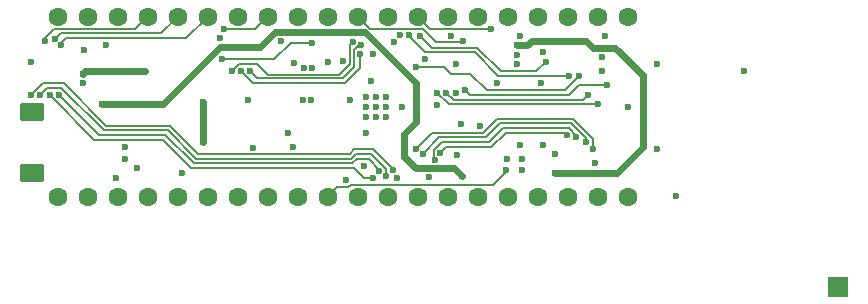
<source format=gbl>
%TF.GenerationSoftware,KiCad,Pcbnew,9.0.1*%
%TF.CreationDate,2025-10-13T15:59:09-06:00*%
%TF.ProjectId,inconsole,696e636f-6e73-46f6-9c65-2e6b69636164,rev?*%
%TF.SameCoordinates,Original*%
%TF.FileFunction,Copper,L4,Bot*%
%TF.FilePolarity,Positive*%
%FSLAX46Y46*%
G04 Gerber Fmt 4.6, Leading zero omitted, Abs format (unit mm)*
G04 Created by KiCad (PCBNEW 9.0.1) date 2025-10-13 15:59:09*
%MOMM*%
%LPD*%
G01*
G04 APERTURE LIST*
G04 Aperture macros list*
%AMRoundRect*
0 Rectangle with rounded corners*
0 $1 Rounding radius*
0 $2 $3 $4 $5 $6 $7 $8 $9 X,Y pos of 4 corners*
0 Add a 4 corners polygon primitive as box body*
4,1,4,$2,$3,$4,$5,$6,$7,$8,$9,$2,$3,0*
0 Add four circle primitives for the rounded corners*
1,1,$1+$1,$2,$3*
1,1,$1+$1,$4,$5*
1,1,$1+$1,$6,$7*
1,1,$1+$1,$8,$9*
0 Add four rect primitives between the rounded corners*
20,1,$1+$1,$2,$3,$4,$5,0*
20,1,$1+$1,$4,$5,$6,$7,0*
20,1,$1+$1,$6,$7,$8,$9,0*
20,1,$1+$1,$8,$9,$2,$3,0*%
G04 Aperture macros list end*
%TA.AperFunction,HeatsinkPad*%
%ADD10C,0.600000*%
%TD*%
%TA.AperFunction,SMDPad,CuDef*%
%ADD11RoundRect,0.100000X-0.900000X0.625000X-0.900000X-0.625000X0.900000X-0.625000X0.900000X0.625000X0*%
%TD*%
%TA.AperFunction,ComponentPad*%
%ADD12C,0.600000*%
%TD*%
%TA.AperFunction,ComponentPad*%
%ADD13R,1.700000X1.700000*%
%TD*%
%TA.AperFunction,ComponentPad*%
%ADD14C,1.600000*%
%TD*%
%TA.AperFunction,ViaPad*%
%ADD15C,0.600000*%
%TD*%
%TA.AperFunction,Conductor*%
%ADD16C,0.600000*%
%TD*%
%TA.AperFunction,Conductor*%
%ADD17C,0.200000*%
%TD*%
G04 APERTURE END LIST*
D10*
%TO.P,J1,MP,MountPin*%
%TO.N,GND*%
X74780000Y-121920000D03*
D11*
X74080000Y-122345000D03*
D10*
X74780000Y-122720000D03*
X74080000Y-122720000D03*
X73380000Y-122720000D03*
X74780000Y-127120000D03*
X74080000Y-127120000D03*
D12*
X73380000Y-127120000D03*
D11*
X74080000Y-127495000D03*
D10*
X74780000Y-127870000D03*
%TD*%
%TO.P,U8,61,GND*%
%TO.N,GND*%
X102280000Y-122770000D03*
X103130000Y-122770000D03*
X103980000Y-122770000D03*
X102280000Y-121920000D03*
X103130000Y-121920000D03*
X103980000Y-121920000D03*
X102280000Y-121070000D03*
X103130000Y-121070000D03*
X103980000Y-121070000D03*
%TD*%
D13*
%TO.P,J3,1,Pin_1*%
%TO.N,GND*%
X142240000Y-137160000D03*
%TD*%
D14*
%TO.P,U1,1,AD1*%
%TO.N,AD1*%
X76199999Y-114300000D03*
%TO.P,U1,2,AD2*%
%TO.N,AD2*%
X78739999Y-114300000D03*
%TO.P,U1,3,/RST*%
%TO.N,RST*%
X81279999Y-114300000D03*
%TO.P,U1,4,A00*%
%TO.N,A0*%
X83819999Y-114300000D03*
%TO.P,U1,5,A01*%
%TO.N,A1*%
X86359999Y-114300000D03*
%TO.P,U1,6,A02*%
%TO.N,A2*%
X88899999Y-114300000D03*
%TO.P,U1,7,A03*%
%TO.N,A3*%
X91439999Y-114300000D03*
%TO.P,U1,8,A04*%
%TO.N,A4*%
X93979999Y-114300000D03*
%TO.P,U1,9,A05*%
%TO.N,A5*%
X96519999Y-114300000D03*
%TO.P,U1,10,A06*%
%TO.N,A6*%
X99059999Y-114300000D03*
%TO.P,U1,11,A07*%
%TO.N,A7*%
X101599999Y-114300000D03*
%TO.P,U1,12,A08*%
%TO.N,A8*%
X104139999Y-114300000D03*
%TO.P,U1,13,A09*%
%TO.N,A9*%
X106679999Y-114300000D03*
%TO.P,U1,14,A10*%
%TO.N,A10*%
X109219999Y-114300000D03*
%TO.P,U1,15,A11*%
%TO.N,A11*%
X111759999Y-114300000D03*
%TO.P,U1,16,A12*%
%TO.N,A12*%
X114299999Y-114300000D03*
%TO.P,U1,17,A13*%
%TO.N,A13*%
X116839999Y-114300000D03*
%TO.P,U1,18,A14*%
%TO.N,A14*%
X119379999Y-114300000D03*
%TO.P,U1,19,A15*%
%TO.N,A15*%
X121919999Y-114300000D03*
%TO.P,U1,20,GND*%
%TO.N,GND*%
X124459999Y-114300000D03*
%TO.P,U1,21,D7*%
%TO.N,D7*%
X124459999Y-129540000D03*
%TO.P,U1,22,D6*%
%TO.N,D6*%
X121919999Y-129540000D03*
%TO.P,U1,23,D5*%
%TO.N,D5*%
X119379999Y-129540000D03*
%TO.P,U1,24,D4*%
%TO.N,D4*%
X116839999Y-129540000D03*
%TO.P,U1,25,D3*%
%TO.N,D3*%
X114299999Y-129540000D03*
%TO.P,U1,26,D2*%
%TO.N,D2*%
X111759999Y-129540000D03*
%TO.P,U1,27,D1*%
%TO.N,D1*%
X109219999Y-129540000D03*
%TO.P,U1,28,D0*%
%TO.N,D0*%
X106679999Y-129540000D03*
%TO.P,U1,29,CLK*%
%TO.N,CLK*%
X104139999Y-129540000D03*
%TO.P,U1,30,TST*%
%TO.N,TST*%
X101599999Y-129540000D03*
%TO.P,U1,31,M2*%
%TO.N,M2*%
X99059999Y-129540000D03*
%TO.P,U1,32,/IRQ*%
%TO.N,{slash}IRQ*%
X96519999Y-129540000D03*
%TO.P,U1,33,/NMI*%
%TO.N,{slash}NMI*%
X93979999Y-129540000D03*
%TO.P,U1,34,R/W*%
%TO.N,R{slash}W*%
X91439999Y-129540000D03*
%TO.P,U1,35,/OE2*%
%TO.N,{slash}OE2*%
X88899999Y-129540000D03*
%TO.P,U1,36,/OE1*%
%TO.N,{slash}OE1*%
X86359999Y-129540000D03*
%TO.P,U1,37,OUT2*%
%TO.N,OUT2*%
X83819999Y-129540000D03*
%TO.P,U1,38,OUT1*%
%TO.N,OUT1*%
X81279999Y-129540000D03*
%TO.P,U1,39,OUT0*%
%TO.N,OUT0*%
X78739999Y-129540000D03*
%TO.P,U1,40,+5V*%
%TO.N,NES_5v*%
X76199999Y-129540000D03*
%TD*%
D15*
%TO.N,GND*%
X115530000Y-126320000D03*
X113370000Y-119920000D03*
X92330000Y-121320000D03*
X115370000Y-125120000D03*
X126930000Y-118320000D03*
X114230000Y-126320000D03*
X96130000Y-125320000D03*
X97770000Y-118620000D03*
X115530000Y-127320000D03*
X117320000Y-125120000D03*
X109930000Y-118320000D03*
X100630000Y-128120000D03*
X78330000Y-119920000D03*
X78430000Y-117120000D03*
X111930000Y-123520000D03*
X117330000Y-117320000D03*
X95130000Y-116320000D03*
X81930000Y-125320000D03*
X124530000Y-121920000D03*
X126930000Y-125520000D03*
X80330000Y-116720000D03*
X105168990Y-115869312D03*
X81130000Y-127920000D03*
X115357685Y-115920000D03*
X117170000Y-119920000D03*
X95730000Y-124120000D03*
X109530000Y-115920000D03*
X89929999Y-116120000D03*
X121730000Y-126720000D03*
X99130000Y-118120000D03*
X122530000Y-115920000D03*
X110330000Y-123420000D03*
X107615933Y-127895202D03*
X73930000Y-118120000D03*
X86730000Y-127520000D03*
X115130000Y-118320000D03*
X122330000Y-118920000D03*
X97070000Y-118620000D03*
X109930000Y-120720000D03*
%TO.N,+3.3V*%
X78330000Y-119120000D03*
X110030000Y-126020000D03*
X107330000Y-117920000D03*
X96230000Y-118220000D03*
X104730000Y-116440003D03*
X83600000Y-118920000D03*
X81930000Y-126320000D03*
X88530000Y-121520000D03*
X122330000Y-117720000D03*
X88530000Y-124920000D03*
X100330000Y-118020000D03*
X118330000Y-125920000D03*
X115130000Y-117520000D03*
X104930000Y-127920000D03*
%TO.N,+5V*%
X79930000Y-121720000D03*
X110460426Y-127802054D03*
X93349999Y-116900001D03*
X82930000Y-127120000D03*
X122330000Y-116920000D03*
X115130000Y-116720000D03*
X118330000Y-127520000D03*
%TO.N,A2*%
X76530000Y-116720000D03*
%TO.N,A4*%
X90330000Y-115320000D03*
%TO.N,A0*%
X75130000Y-116320000D03*
%TO.N,A7*%
X110530000Y-116320000D03*
%TO.N,M2*%
X114130000Y-127320000D03*
%TO.N,A9*%
X112930000Y-115320000D03*
%TO.N,A1*%
X76020882Y-116210882D03*
%TO.N,RST_3*%
X104570228Y-127279772D03*
X73930000Y-120920000D03*
%TO.N,A0_3*%
X74730000Y-120920000D03*
X104027124Y-127792449D03*
%TO.N,A1_3*%
X75530000Y-120920000D03*
X102930000Y-127920000D03*
%TO.N,A2_3*%
X103450000Y-127361948D03*
X76330000Y-120920000D03*
%TO.N,A4_3*%
X97730000Y-116520000D03*
X90129999Y-117920000D03*
%TO.N,A5_3*%
X101831000Y-117440003D03*
X91729999Y-118920000D03*
%TO.N,A6_3*%
X92529999Y-118920000D03*
X101930000Y-116720000D03*
%TO.N,A3_3*%
X101230000Y-116440000D03*
X90929999Y-118920000D03*
%TO.N,A13_3*%
X117530000Y-118120000D03*
X106930000Y-115920000D03*
%TO.N,D7_3*%
X106530000Y-118520000D03*
X120330000Y-119320000D03*
%TO.N,A15_3*%
X105930000Y-115840000D03*
X119530000Y-119320000D03*
%TO.N,D6_3*%
X121530000Y-125520000D03*
X106530000Y-125520000D03*
%TO.N,D3_3*%
X108578999Y-125856537D03*
X119330000Y-124320000D03*
%TO.N,D4_3*%
X108130000Y-126420000D03*
X120130000Y-124520000D03*
%TO.N,D5_3*%
X107130000Y-125920000D03*
X120930000Y-124920000D03*
%TO.N,+1.1V*%
X97670000Y-121320000D03*
X100930000Y-121320000D03*
X102130000Y-126920000D03*
X96970000Y-121320000D03*
X102330000Y-124120000D03*
X105330000Y-121920000D03*
X108330000Y-121800000D03*
X102730000Y-119720000D03*
X102930000Y-117420000D03*
%TO.N,Net-(U8-QSPI_SS)*%
X92730000Y-125400000D03*
X128530000Y-129520000D03*
%TO.N,Net-(U8-RUN)*%
X110730000Y-120520000D03*
X122730000Y-120120000D03*
X134330000Y-118920000D03*
%TO.N,/SWCLK*%
X109130000Y-120720000D03*
X121130000Y-120920000D03*
%TO.N,/SWD*%
X121930000Y-121720000D03*
X108330000Y-120720000D03*
%TD*%
D16*
%TO.N,+3.3V*%
X83600000Y-118920000D02*
X78530000Y-118920000D01*
X78530000Y-118920000D02*
X78330000Y-119120000D01*
X88530000Y-121520000D02*
X88530000Y-124920000D01*
%TO.N,+5V*%
X106530000Y-119920000D02*
X106530000Y-123220000D01*
X93349999Y-116900001D02*
X94651000Y-115599000D01*
X85130000Y-121720000D02*
X89949999Y-116900001D01*
X106530000Y-123220000D02*
X105530000Y-124220000D01*
X116330000Y-116320000D02*
X115930000Y-116720000D01*
X118330000Y-127520000D02*
X123530000Y-127520000D01*
X105530000Y-124220000D02*
X105530000Y-126141000D01*
X123530000Y-127520000D02*
X125730000Y-125320000D01*
X109799372Y-127141000D02*
X110460426Y-127802054D01*
X115930000Y-116720000D02*
X115130000Y-116720000D01*
X94651000Y-115599000D02*
X102209000Y-115599000D01*
X85130000Y-121720000D02*
X79930000Y-121720000D01*
X89949999Y-116900001D02*
X93349999Y-116900001D01*
X120930000Y-116320000D02*
X116330000Y-116320000D01*
X125730000Y-125320000D02*
X125730000Y-119210176D01*
X121530000Y-116920000D02*
X122330000Y-116920000D01*
X102209000Y-115599000D02*
X106530000Y-119920000D01*
X106530000Y-127141000D02*
X109799372Y-127141000D01*
X125730000Y-119210176D02*
X123439824Y-116920000D01*
X105530000Y-126141000D02*
X106530000Y-127141000D01*
X123439824Y-116920000D02*
X122330000Y-116920000D01*
X120930000Y-116320000D02*
X121530000Y-116920000D01*
D17*
%TO.N,A2*%
X76530000Y-116520000D02*
X76530000Y-116720000D01*
X88900000Y-114300000D02*
X87080000Y-116120000D01*
X76930000Y-116120000D02*
X76530000Y-116520000D01*
X87080000Y-116120000D02*
X76930000Y-116120000D01*
%TO.N,A4*%
X90330000Y-115320000D02*
X92959999Y-115320000D01*
X92959999Y-115320000D02*
X93979999Y-114300000D01*
%TO.N,A0*%
X75930000Y-115320000D02*
X82800000Y-115320000D01*
X75130000Y-116120000D02*
X75930000Y-115320000D01*
X82800000Y-115320000D02*
X83820000Y-114300000D01*
X75130000Y-116320000D02*
X75130000Y-116120000D01*
%TO.N,A7*%
X107130000Y-115320000D02*
X102666805Y-115320000D01*
X108251000Y-116441000D02*
X107130000Y-115320000D01*
X110530000Y-116320000D02*
X110409000Y-116441000D01*
X101646805Y-114300000D02*
X101599999Y-114300000D01*
X110409000Y-116441000D02*
X108251000Y-116441000D01*
X102666805Y-115320000D02*
X101646805Y-114300000D01*
%TO.N,M2*%
X114130000Y-127420000D02*
X113031000Y-128519000D01*
X112928000Y-128520000D02*
X101030000Y-128520000D01*
X114130000Y-127320000D02*
X114130000Y-127420000D01*
X100830000Y-128720000D02*
X99880000Y-128720000D01*
X112929000Y-128519000D02*
X112928000Y-128520000D01*
X99880000Y-128720000D02*
X99060000Y-129540000D01*
X101030000Y-128520000D02*
X100830000Y-128720000D01*
X112930000Y-128520000D02*
X112929000Y-128519000D01*
X113031000Y-128519000D02*
X112929000Y-128519000D01*
%TO.N,A9*%
X107699999Y-115320000D02*
X112930000Y-115320000D01*
X106679999Y-114300000D02*
X107699999Y-115320000D01*
%TO.N,A1*%
X76511764Y-115720000D02*
X84940000Y-115720000D01*
X76020882Y-116210882D02*
X76511764Y-115720000D01*
X84940000Y-115720000D02*
X86360000Y-114300000D01*
%TO.N,RST_3*%
X80330000Y-123520000D02*
X85730000Y-123520000D01*
X85730000Y-123520000D02*
X88130000Y-125920000D01*
X101330000Y-125520000D02*
X102930000Y-125520000D01*
X74930000Y-119920000D02*
X76730000Y-119920000D01*
X76730000Y-119920000D02*
X80330000Y-123520000D01*
X73930000Y-120920000D02*
X74930000Y-119920000D01*
X102930000Y-125520000D02*
X104570228Y-127160228D01*
X88130000Y-125920000D02*
X100930000Y-125920000D01*
X104570228Y-127160228D02*
X104570228Y-127279772D01*
X100930000Y-125920000D02*
X101330000Y-125520000D01*
%TO.N,A0_3*%
X75330000Y-120320000D02*
X76530000Y-120320000D01*
X80130000Y-123920000D02*
X85530000Y-123920000D01*
X102744858Y-125920000D02*
X104027124Y-127202266D01*
X85530000Y-123920000D02*
X87930000Y-126320000D01*
X76530000Y-120320000D02*
X80130000Y-123920000D01*
X101076038Y-126320000D02*
X101476038Y-125920000D01*
X74730000Y-120920000D02*
X75330000Y-120320000D01*
X104027124Y-127202266D02*
X104027124Y-127792449D01*
X87930000Y-126320000D02*
X101076038Y-126320000D01*
X101476038Y-125920000D02*
X102744858Y-125920000D01*
%TO.N,A1_3*%
X101330000Y-127120000D02*
X102130000Y-127920000D01*
X79330000Y-124720000D02*
X85130000Y-124720000D01*
X85130000Y-124720000D02*
X87530000Y-127120000D01*
X87530000Y-127120000D02*
X101330000Y-127120000D01*
X75530000Y-120920000D02*
X79330000Y-124720000D01*
X102130000Y-127920000D02*
X102930000Y-127920000D01*
%TO.N,A2_3*%
X76330000Y-120920000D02*
X79730000Y-124320000D01*
X79730000Y-124320000D02*
X85330000Y-124320000D01*
X101530000Y-126320000D02*
X102530000Y-126320000D01*
X101130000Y-126720000D02*
X101530000Y-126320000D01*
X103450000Y-127240000D02*
X103450000Y-127361948D01*
X87730000Y-126720000D02*
X101130000Y-126720000D01*
X102530000Y-126320000D02*
X103450000Y-127240000D01*
X85330000Y-124320000D02*
X87730000Y-126720000D01*
%TO.N,A4_3*%
X97730000Y-116520000D02*
X95930000Y-116520000D01*
X95930000Y-116520000D02*
X94530000Y-117920000D01*
X94530000Y-117920000D02*
X90129999Y-117920000D01*
%TO.N,A5_3*%
X101831000Y-117440003D02*
X101831000Y-118619000D01*
X101831000Y-118619000D02*
X100530000Y-119920000D01*
X92729999Y-119920000D02*
X91729999Y-118920000D01*
X100530000Y-119920000D02*
X92729999Y-119920000D01*
%TO.N,A6_3*%
X101310000Y-117655809D02*
X101330000Y-117675809D01*
X101330000Y-117204197D02*
X101310000Y-117224197D01*
X93129999Y-119520000D02*
X92529999Y-118920000D01*
X101310000Y-117224197D02*
X101310000Y-117655809D01*
X101730000Y-116720000D02*
X101330000Y-117120000D01*
X101330000Y-117675809D02*
X101330000Y-118520000D01*
X101330000Y-117120000D02*
X101330000Y-117204197D01*
X101930000Y-116720000D02*
X101730000Y-116720000D01*
X100330000Y-119520000D02*
X93129999Y-119520000D01*
X101330000Y-118520000D02*
X100330000Y-119520000D01*
%TO.N,A3_3*%
X100051000Y-119199000D02*
X94009000Y-119199000D01*
X101210000Y-116440000D02*
X100930000Y-116720000D01*
X100930000Y-118320000D02*
X100051000Y-119199000D01*
X101230000Y-116440000D02*
X101210000Y-116440000D01*
X100930000Y-116720000D02*
X100930000Y-118320000D01*
X94009000Y-119199000D02*
X93130000Y-118320000D01*
X91529999Y-118320000D02*
X90929999Y-118920000D01*
X93130000Y-118320000D02*
X91529999Y-118320000D01*
%TO.N,A13_3*%
X116730000Y-118920000D02*
X117530000Y-118120000D01*
X111730000Y-116920000D02*
X113730000Y-118920000D01*
X113730000Y-118920000D02*
X116730000Y-118920000D01*
X106930000Y-115920000D02*
X107930000Y-116920000D01*
X107930000Y-116920000D02*
X111730000Y-116920000D01*
%TO.N,D7_3*%
X109530000Y-119120000D02*
X111130000Y-119120000D01*
X119130000Y-120520000D02*
X120330000Y-119320000D01*
X111130000Y-119120000D02*
X112530000Y-120520000D01*
X108945806Y-118535806D02*
X109530000Y-119120000D01*
X106545806Y-118535806D02*
X108945806Y-118535806D01*
X112530000Y-120520000D02*
X119130000Y-120520000D01*
X106530000Y-118520000D02*
X106545806Y-118535806D01*
%TO.N,A15_3*%
X111530000Y-117320000D02*
X113530000Y-119320000D01*
X113530000Y-119320000D02*
X119530000Y-119320000D01*
X107330000Y-117320000D02*
X111530000Y-117320000D01*
X105930000Y-115840000D02*
X105930000Y-115920000D01*
X105930000Y-115920000D02*
X107330000Y-117320000D01*
%TO.N,D6_3*%
X119825385Y-122920000D02*
X121530000Y-124624615D01*
X121530000Y-124624615D02*
X121530000Y-125520000D01*
X112190365Y-124120000D02*
X113390365Y-122920000D01*
X113390365Y-122920000D02*
X119825385Y-122920000D01*
X106530000Y-125520000D02*
X107930000Y-124120000D01*
X107930000Y-124120000D02*
X112190365Y-124120000D01*
%TO.N,D3_3*%
X114130000Y-124120000D02*
X119130000Y-124120000D01*
X108578999Y-125821001D02*
X109080000Y-125320000D01*
X109080000Y-125320000D02*
X112930000Y-125320000D01*
X108578999Y-125856537D02*
X108578999Y-125821001D01*
X119130000Y-124120000D02*
X119330000Y-124320000D01*
X112930000Y-125320000D02*
X114130000Y-124120000D01*
%TO.N,D4_3*%
X108059000Y-126349000D02*
X108059000Y-125604194D01*
X108743194Y-124920000D02*
X112716509Y-124920000D01*
X120130000Y-124383194D02*
X120130000Y-124520000D01*
X112716509Y-124920000D02*
X113916509Y-123720000D01*
X113916509Y-123720000D02*
X119466806Y-123720000D01*
X108059000Y-125604194D02*
X108743194Y-124920000D01*
X119466806Y-123720000D02*
X120130000Y-124383194D01*
X108130000Y-126420000D02*
X108059000Y-126349000D01*
%TO.N,D5_3*%
X120930000Y-124583194D02*
X120930000Y-124920000D01*
X113689528Y-123320000D02*
X119666806Y-123320000D01*
X119666806Y-123320000D02*
X120930000Y-124583194D01*
X107130000Y-125920000D02*
X108530000Y-124520000D01*
X108530000Y-124520000D02*
X112489528Y-124520000D01*
X112489528Y-124520000D02*
X113689528Y-123320000D01*
%TO.N,Net-(U8-RUN)*%
X119530000Y-120920000D02*
X120330000Y-120120000D01*
X120330000Y-120120000D02*
X122730000Y-120120000D01*
X111130000Y-120920000D02*
X119530000Y-120920000D01*
X110730000Y-120520000D02*
X111130000Y-120920000D01*
%TO.N,/SWCLK*%
X120730000Y-121320000D02*
X121130000Y-120920000D01*
X109130000Y-120720000D02*
X109730000Y-121320000D01*
X109730000Y-121320000D02*
X120730000Y-121320000D01*
%TO.N,/SWD*%
X109330000Y-121720000D02*
X121930000Y-121720000D01*
X108330000Y-120720000D02*
X109330000Y-121720000D01*
%TD*%
M02*

</source>
